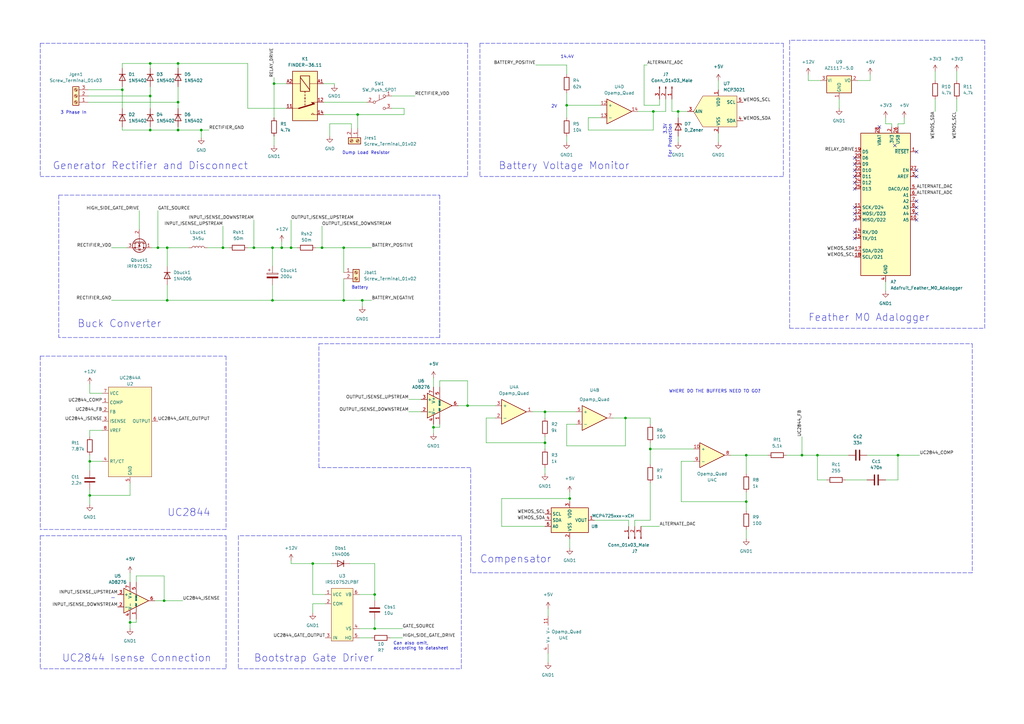
<source format=kicad_sch>
(kicad_sch (version 20211123) (generator eeschema)
  (paper "A3")
  (lib_symbols
    (symbol "Amplifier_Difference:AD8276" (pin_names (offset 0.127))
      (property "Reference" "U" (at 7.62 5.08 0))
      (property "Value" "AD8276" (at 7.62 2.54 0))
      (symbol "AD8276_1_1"
        (pin passive line (at 0 -7.62 90) (length 5.08) (name "REF") (number "1"))
        (pin passive line (at -7.62 -2.54 0) (length 2.54) (name "-") (number "2"))
        (pin passive line (at -7.62 2.54 0) (length 2.54) (name "+") (number "3"))
        (pin power_in line (at -2.54 -7.62 90) (length 3.81) (name "V-") (number "4"))
        (pin passive line (at 0 7.62 270) (length 5.08) (name "SENSE") (number "5"))
        (pin output line (at 7.62 0 180) (length 2.54) (name "~") (number "6"))
        (pin power_in line (at -2.54 7.62 270) (length 3.81) (name "V+") (number "7"))
        (pin no_connect line (at -5.08 0 0) (length 2.54) hide (name "~") (number "8"))
      )
    )
    (symbol "Analog_DAC:MCP4725xxx-xCH"
      (property "Reference" "U" (at -6.35 6.35 0))
      (property "Value" "MCP4725xxx-xCH" (at 8.89 6.35 0))
      (symbol "MCP4725xxx-xCH_1_1"
        (pin output line (at 10.16 0 180) (length 2.54) (name "VOUT") (number "1"))
        (pin power_in line (at 0 -7.62 90) (length 2.54) (name "VSS") (number "2"))
        (pin power_in line (at 0 7.62 270) (length 2.54) (name "VDD") (number "3"))
        (pin bidirectional line (at -10.16 0 0) (length 2.54) (name "SDA") (number "4"))
        (pin input line (at -10.16 2.54 0) (length 2.54) (name "SCL") (number "5"))
        (pin input line (at -10.16 -2.54 0) (length 2.54) (name "A0") (number "6"))
      )
    )
    (symbol "Connector:Conn_01x03_Male" (pin_names (offset 1.016) hide)
      (property "Reference" "J" (at 0 5.08 0))
      (property "Value" "Conn_01x03_Male" (at 0 -5.08 0))
      (symbol "Conn_01x03_Male_1_1"
        (pin passive line (at 5.08 2.54 180) (length 3.81) (name "Pin_1") (number "1"))
        (pin passive line (at 5.08 0 180) (length 3.81) (name "Pin_2") (number "2"))
        (pin passive line (at 5.08 -2.54 180) (length 3.81) (name "Pin_3") (number "3"))
      )
    )
    (symbol "Connector:Screw_Terminal_01x02" (pin_names (offset 1.016) hide)
      (property "Reference" "J" (at 0 2.54 0))
      (property "Value" "Screw_Terminal_01x02" (at 0 -5.08 0))
      (symbol "Screw_Terminal_01x02_1_1"
        (pin passive line (at -5.08 0 0) (length 3.81) (name "Pin_1") (number "1"))
        (pin passive line (at -5.08 -2.54 0) (length 3.81) (name "Pin_2") (number "2"))
      )
    )
    (symbol "Connector:Screw_Terminal_01x03" (pin_names (offset 1.016) hide)
      (property "Reference" "J" (at 0 5.08 0))
      (property "Value" "Screw_Terminal_01x03" (at 0 -5.08 0))
      (symbol "Screw_Terminal_01x03_1_1"
        (pin passive line (at -5.08 2.54 0) (length 3.81) (name "Pin_1") (number "1"))
        (pin passive line (at -5.08 0 0) (length 3.81) (name "Pin_2") (number "2"))
        (pin passive line (at -5.08 -2.54 0) (length 3.81) (name "Pin_3") (number "3"))
      )
    )
    (symbol "Device:C" (pin_numbers hide) (pin_names (offset 0.254))
      (property "Reference" "C" (at 0.635 2.54 0))
      (property "Value" "C" (at 0.635 -2.54 0))
      (symbol "C_1_1"
        (pin passive line (at 0 3.81 270) (length 2.794) (name "~") (number "1"))
        (pin passive line (at 0 -3.81 90) (length 2.794) (name "~") (number "2"))
      )
    )
    (symbol "Device:C_Polarized" (pin_numbers hide) (pin_names (offset 0.254))
      (property "Reference" "C" (at 0.635 2.54 0))
      (property "Value" "C_Polarized" (at 0.635 -2.54 0))
      (symbol "C_Polarized_1_1"
        (pin passive line (at 0 3.81 270) (length 2.794) (name "~") (number "1"))
        (pin passive line (at 0 -3.81 90) (length 2.794) (name "~") (number "2"))
      )
    )
    (symbol "Device:D_Zener" (pin_numbers hide) (pin_names (offset 1.016) hide)
      (property "Reference" "D" (at 0 2.54 0))
      (property "Value" "D_Zener" (at 0 -2.54 0))
      (symbol "D_Zener_1_1"
        (pin passive line (at -3.81 0 0) (length 2.54) (name "K") (number "1"))
        (pin passive line (at 3.81 0 180) (length 2.54) (name "A") (number "2"))
      )
    )
    (symbol "Device:L" (pin_numbers hide) (pin_names (offset 1.016) hide)
      (property "Reference" "L" (at -1.27 0 90))
      (property "Value" "L" (at 1.905 0 90))
      (symbol "L_1_1"
        (pin passive line (at 0 3.81 270) (length 1.27) (name "1") (number "1"))
        (pin passive line (at 0 -3.81 90) (length 1.27) (name "2") (number "2"))
      )
    )
    (symbol "Device:Opamp_Quad"
      (property "Reference" "U" (at 0 5.08 0))
      (property "Value" "Opamp_Quad" (at 0 -5.08 0))
      (symbol "Opamp_Quad_1_1"
        (pin output line (at 7.62 0 180) (length 2.54) (name "~") (number "1"))
        (pin input line (at -7.62 -2.54 0) (length 2.54) (name "-") (number "2"))
        (pin input line (at -7.62 2.54 0) (length 2.54) (name "+") (number "3"))
      )
      (symbol "Opamp_Quad_2_1"
        (pin input line (at -7.62 2.54 0) (length 2.54) (name "+") (number "5"))
        (pin input line (at -7.62 -2.54 0) (length 2.54) (name "-") (number "6"))
        (pin output line (at 7.62 0 180) (length 2.54) (name "~") (number "7"))
      )
      (symbol "Opamp_Quad_3_1"
        (pin input line (at -7.62 2.54 0) (length 2.54) (name "+") (number "10"))
        (pin output line (at 7.62 0 180) (length 2.54) (name "~") (number "8"))
        (pin input line (at -7.62 -2.54 0) (length 2.54) (name "-") (number "9"))
      )
      (symbol "Opamp_Quad_4_1"
        (pin input line (at -7.62 2.54 0) (length 2.54) (name "+") (number "12"))
        (pin input line (at -7.62 -2.54 0) (length 2.54) (name "-") (number "13"))
        (pin output line (at 7.62 0 180) (length 2.54) (name "~") (number "14"))
      )
      (symbol "Opamp_Quad_5_1"
        (pin power_in line (at -2.54 -7.62 90) (length 3.81) (name "V-") (number "11"))
        (pin power_in line (at -2.54 7.62 270) (length 3.81) (name "V+") (number "4"))
      )
    )
    (symbol "Device:R" (pin_numbers hide) (pin_names (offset 0))
      (property "Reference" "R" (at 2.032 0 90))
      (property "Value" "R" (at 0 0 90))
      (symbol "R_1_1"
        (pin passive line (at 0 3.81 270) (length 1.27) (name "~") (number "1"))
        (pin passive line (at 0 -3.81 90) (length 1.27) (name "~") (number "2"))
      )
    )
    (symbol "Diode:1N4006" (pin_numbers hide) (pin_names (offset 1.016) hide)
      (property "Reference" "D" (at 0 2.54 0))
      (property "Value" "1N4006" (at 0 -2.54 0))
      (symbol "1N4006_1_1"
        (pin passive line (at -3.81 0 0) (length 2.54) (name "K") (number "1"))
        (pin passive line (at 3.81 0 180) (length 2.54) (name "A") (number "2"))
      )
    )
    (symbol "Diode:1N5402" (pin_numbers hide) (pin_names (offset 1.016) hide)
      (property "Reference" "D" (at 0 2.54 0))
      (property "Value" "1N5402" (at 0 -2.54 0))
      (symbol "1N5402_1_1"
        (pin passive line (at -3.81 0 0) (length 2.54) (name "K") (number "1"))
        (pin passive line (at 3.81 0 180) (length 2.54) (name "A") (number "2"))
      )
    )
    (symbol "MCU_Module:Adafruit_Feather_M0_Adalogger"
      (property "Reference" "A" (at -10.16 29.21 0))
      (property "Value" "Adafruit_Feather_M0_Adalogger" (at 2.54 -31.75 0))
      (symbol "Adafruit_Feather_M0_Adalogger_1_1"
        (pin input line (at 12.7 20.32 180) (length 2.54) (name "~{RESET}") (number "1"))
        (pin bidirectional line (at 12.7 -7.62 180) (length 2.54) (name "A5") (number "10"))
        (pin bidirectional line (at -12.7 -2.54 0) (length 2.54) (name "SCK/D24") (number "11"))
        (pin bidirectional line (at -12.7 -5.08 0) (length 2.54) (name "MOSI/D23") (number "12"))
        (pin bidirectional line (at -12.7 -7.62 0) (length 2.54) (name "MISO/D22") (number "13"))
        (pin bidirectional line (at -12.7 -12.7 0) (length 2.54) (name "RX/D0") (number "14"))
        (pin bidirectional line (at -12.7 -15.24 0) (length 2.54) (name "TX/D1") (number "15"))
        (pin passive line (at 0 -33.02 90) (length 2.54) hide (name "GND") (number "16"))
        (pin bidirectional line (at -12.7 -20.32 0) (length 2.54) (name "SDA/D20") (number "17"))
        (pin bidirectional line (at -12.7 -22.86 0) (length 2.54) (name "SCL/D21") (number "18"))
        (pin bidirectional line (at -12.7 20.32 0) (length 2.54) (name "D5") (number "19"))
        (pin power_in line (at 2.54 30.48 270) (length 2.54) (name "3V3") (number "2"))
        (pin bidirectional line (at -12.7 17.78 0) (length 2.54) (name "D6") (number "20"))
        (pin bidirectional line (at -12.7 15.24 0) (length 2.54) (name "D9") (number "21"))
        (pin bidirectional line (at -12.7 12.7 0) (length 2.54) (name "D10") (number "22"))
        (pin bidirectional line (at -12.7 10.16 0) (length 2.54) (name "D11") (number "23"))
        (pin bidirectional line (at -12.7 7.62 0) (length 2.54) (name "D12") (number "24"))
        (pin bidirectional line (at -12.7 5.08 0) (length 2.54) (name "D13") (number "25"))
        (pin power_in line (at 5.08 30.48 270) (length 2.54) (name "USB") (number "26"))
        (pin input line (at 12.7 12.7 180) (length 2.54) (name "EN") (number "27"))
        (pin power_in line (at -2.54 30.48 270) (length 2.54) (name "VBAT") (number "28"))
        (pin input line (at 12.7 10.16 180) (length 2.54) (name "AREF") (number "3"))
        (pin power_in line (at 0 -33.02 90) (length 2.54) (name "GND") (number "4"))
        (pin bidirectional line (at 12.7 5.08 180) (length 2.54) (name "DAC0/A0") (number "5"))
        (pin bidirectional line (at 12.7 2.54 180) (length 2.54) (name "A1") (number "6"))
        (pin bidirectional line (at 12.7 0 180) (length 2.54) (name "A2") (number "7"))
        (pin bidirectional line (at 12.7 -2.54 180) (length 2.54) (name "A3") (number "8"))
        (pin bidirectional line (at 12.7 -5.08 180) (length 2.54) (name "A4") (number "9"))
      )
    )
    (symbol "Regulator_Linear:AZ1117-5.0" (pin_names (offset 0.254))
      (property "Reference" "U" (at -3.81 3.175 0))
      (property "Value" "AZ1117-5.0" (at 0 3.175 0))
      (symbol "AZ1117-5.0_1_1"
        (pin power_in line (at 0 -7.62 90) (length 2.54) (name "GND") (number "1"))
        (pin power_out line (at 7.62 0 180) (length 2.54) (name "VO") (number "2"))
        (pin power_in line (at -7.62 0 0) (length 2.54) (name "VI") (number "3"))
      )
    )
    (symbol "Relay:FINDER-36.11"
      (property "Reference" "K" (at 11.43 3.81 0))
      (property "Value" "FINDER-36.11" (at 11.43 1.27 0))
      (symbol "FINDER-36.11_1_1"
        (pin passive line (at 5.08 -7.62 90) (length 2.54) (name "~") (number "11"))
        (pin passive line (at 2.54 7.62 270) (length 2.54) (name "~") (number "12"))
        (pin passive line (at 7.62 7.62 270) (length 2.54) (name "~") (number "14"))
        (pin passive line (at -5.08 7.62 270) (length 2.54) (name "~") (number "A1"))
        (pin passive line (at -5.08 -7.62 90) (length 2.54) (name "~") (number "A2"))
      )
    )
    (symbol "Switch:SW_Push_SPDT" (pin_names (offset 0) hide)
      (property "Reference" "SW" (at 0 4.318 0))
      (property "Value" "SW_Push_SPDT" (at 0 -5.08 0))
      (symbol "SW_Push_SPDT_1_1"
        (pin passive line (at 5.08 2.54 180) (length 2.54) (name "A") (number "1"))
        (pin passive line (at -5.08 0 0) (length 2.54) (name "B") (number "2"))
        (pin passive line (at 5.08 -2.54 180) (length 2.54) (name "C") (number "3"))
      )
    )
    (symbol "Transistor_FET:IRF6710S2" (pin_names hide)
      (property "Reference" "Q" (at 5.08 1.905 0))
      (property "Value" "IRF6710S2" (at 5.08 0 0))
      (symbol "IRF6710S2_1_1"
        (pin passive line (at 2.54 5.08 270) (length 2.54) (name "D") (number "1"))
        (pin input line (at -5.08 0 0) (length 2.54) (name "G") (number "2"))
        (pin passive line (at 2.54 -5.08 90) (length 2.54) (name "S") (number "3"))
      )
    )
    (symbol "just_energy_hub:IRS10752LPBF"
      (property "Reference" "U" (at 0 11.43 0))
      (property "Value" "IRS10752LPBF" (at 1.27 13.97 0))
      (symbol "IRS10752LPBF_1_1"
        (pin power_in line (at -6.35 7.62 0) (length 2.54) (name "VCC") (number "1"))
        (pin power_in line (at -6.35 3.81 0) (length 2.54) (name "COM") (number "2"))
        (pin input line (at -6.35 -10.16 0) (length 2.54) (name "IN") (number "3"))
        (pin input line (at 7.62 -6.35 180) (length 2.54) (name "VS") (number "4"))
        (pin output line (at 7.62 -10.16 180) (length 2.54) (name "HO") (number "5"))
        (pin output line (at 7.62 7.62 180) (length 2.54) (name "VB") (number "6"))
      )
    )
    (symbol "just_energy_hub:MCP3021"
      (property "Reference" "U" (at 6.35 -11.43 0))
      (property "Value" "MCP3021" (at 6.35 -8.89 0))
      (symbol "MCP3021_1_1"
        (pin power_in line (at 0 8.89 270) (length 2.54) (name "VDD") (number "1"))
        (pin power_in line (at 0 -8.89 90) (length 2.54) (name "VSS") (number "2"))
        (pin input line (at -12.7 0 0) (length 2.54) (name "AIN") (number "3"))
        (pin bidirectional line (at 10.16 -3.81 180) (length 2.54) (name "SDA") (number "4"))
        (pin bidirectional line (at 10.16 3.81 180) (length 2.54) (name "SCL") (number "5"))
      )
    )
    (symbol "just_energy_hub:UC2844A"
      (property "Reference" "U" (at 0 12.7 0))
      (property "Value" "UC2844A" (at 0 15.24 0))
      (symbol "UC2844A_1_1"
        (pin input line (at -11.43 5.08 0) (length 2.54) (name "COMP") (number "1"))
        (pin input line (at -11.43 1.27 0) (length 2.54) (name "FB") (number "2"))
        (pin input line (at -11.43 -2.54 0) (length 2.54) (name "ISENSE") (number "3"))
        (pin input line (at -11.43 -19.05 0) (length 2.54) (name "RT/CT") (number "4"))
        (pin power_in line (at 0 -27.94 90) (length 2.54) (name "GND") (number "5"))
        (pin output line (at 11.43 -2.54 180) (length 2.54) (name "OUTPUT") (number "6"))
        (pin power_in line (at -11.43 8.89 0) (length 2.54) (name "VCC") (number "7"))
        (pin output line (at -11.43 -6.35 0) (length 2.54) (name "VREF") (number "8"))
      )
    )
    (symbol "power:+12V" (power) (pin_names (offset 0))
      (property "Value" "+12V" (at 0 3.556 0))
      (symbol "+12V_1_1"
        (pin power_in line (at 0 0 90) (length 0) hide (name "+12V") (number "1"))
      )
    )
    (symbol "power:+3V3" (power) (pin_names (offset 0))
      (property "Value" "+3V3" (at 0 3.556 0))
      (symbol "+3V3_1_1"
        (pin power_in line (at 0 0 90) (length 0) hide (name "+3V3") (number "1"))
      )
    )
    (symbol "power:+5V" (power) (pin_names (offset 0))
      (property "Value" "+5V" (at 0 3.556 0))
      (symbol "+5V_1_1"
        (pin power_in line (at 0 0 90) (length 0) hide (name "+5V") (number "1"))
      )
    )
    (symbol "power:GND" (power) (pin_names (offset 0))
      (property "Value" "GND" (at 0 -3.81 0))
      (symbol "GND_1_1"
        (pin power_in line (at 0 0 270) (length 0) hide (name "GND") (number "1"))
      )
    )
    (symbol "power:GND1" (power) (pin_names (offset 0))
      (property "Value" "GND1" (at 0 -3.81 0))
      (symbol "GND1_1_1"
        (pin power_in line (at 0 0 270) (length 0) hide (name "GND1") (number "1"))
      )
    )
  )
  (junction (at 61.595 53.34))
  (junction (at 104.14 101.6))
  (junction (at 267.97 45.72))
  (junction (at 223.52 168.91))
  (junction (at 67.31 246.38))
  (junction (at 132.08 101.6))
  (junction (at 112.395 34.29))
  (junction (at 306.07 205.74))
  (junction (at 368.3 186.69))
  (junction (at 233.68 204.47))
  (junction (at 256.54 171.45))
  (junction (at 153.67 243.84))
  (junction (at 140.97 123.19))
  (junction (at 232.41 43.18))
  (junction (at 61.595 39.37))
  (junction (at 111.76 101.6))
  (junction (at 148.59 123.19))
  (junction (at 140.97 101.6))
  (junction (at 119.38 101.6))
  (junction (at 53.34 255.27))
  (junction (at 82.55 53.34))
  (junction (at 61.595 26.035))
  (junction (at 36.83 189.23))
  (junction (at 111.76 123.19))
  (junction (at 153.67 257.81))
  (junction (at 73.025 41.91))
  (junction (at 91.44 101.6))
  (junction (at 306.07 186.69))
  (junction (at 191.77 166.37))
  (junction (at 223.52 181.61))
  (junction (at 335.28 186.69))
  (junction (at 73.025 26.035))
  (junction (at 68.58 101.6))
  (junction (at 36.83 203.2))
  (junction (at 68.58 123.19))
  (junction (at 328.93 186.69))
  (junction (at 278.13 45.72))
  (junction (at 266.7 184.15))
  (junction (at 177.8 175.26))
  (junction (at 146.685 46.99))
  (junction (at 115.57 101.6))
  (junction (at 50.165 36.83))
  (junction (at 73.025 53.34))
  (junction (at 128.27 231.14))
  (junction (at 64.77 101.6))
  (no_connect (at 350.52 69.85))
  (no_connect (at 350.52 74.93))
  (no_connect (at 350.52 77.47))
  (no_connect (at 350.52 72.39))
  (no_connect (at 350.52 67.31))
  (no_connect (at 350.52 90.17))
  (no_connect (at 350.52 87.63))
  (no_connect (at 350.52 85.09))
  (no_connect (at 350.52 64.77))
  (no_connect (at 375.92 62.23))
  (no_connect (at 375.92 69.85))
  (no_connect (at 375.92 72.39))
  (no_connect (at 375.92 90.17))
  (no_connect (at 375.92 85.09))
  (no_connect (at 375.92 87.63))
  (no_connect (at 350.52 97.79))
  (no_connect (at 350.52 95.25))
  (no_connect (at 375.92 82.55))
  (no_connect (at 367.03 59.69))
  (no_connect (at 360.68 52.07))
  (wire (pts (xy 278.13 45.72) (xy 275.59 45.72)))
  (polyline (pts (xy 321.31 17.78) (xy 321.31 72.39)))
  (wire (pts (xy 50.165 36.83) (xy 50.165 44.45)))
  (wire (pts (xy 140.97 114.3) (xy 140.97 123.19)))
  (wire (pts (xy 264.16 26.67) (xy 264.16 43.18)))
  (wire (pts (xy 140.97 101.6) (xy 152.4 101.6)))
  (polyline (pts (xy 97.79 219.71) (xy 97.79 219.71)))
  (wire (pts (xy 266.7 171.45) (xy 266.7 173.99)))
  (wire (pts (xy 246.38 43.18) (xy 232.41 43.18)))
  (wire (pts (xy 306.07 205.74) (xy 306.07 209.55)))
  (wire (pts (xy 73.025 35.56) (xy 73.025 41.91)))
  (wire (pts (xy 36.83 203.2) (xy 36.83 207.01)))
  (wire (pts (xy 266.7 213.36) (xy 260.35 213.36)))
  (wire (pts (xy 223.52 181.61) (xy 223.52 184.15)))
  (polyline (pts (xy 323.85 16.51) (xy 323.85 16.51)))
  (wire (pts (xy 266.7 171.45) (xy 256.54 171.45)))
  (polyline (pts (xy 323.85 16.51) (xy 323.85 134.62)))
  (wire (pts (xy 266.7 181.61) (xy 266.7 184.15)))
  (wire (pts (xy 36.83 186.69) (xy 36.83 189.23)))
  (wire (pts (xy 36.195 41.91) (xy 73.025 41.91)))
  (wire (pts (xy 67.31 236.22) (xy 67.31 246.38)))
  (wire (pts (xy 101.6 101.6) (xy 104.14 101.6)))
  (wire (pts (xy 36.83 189.23) (xy 36.83 193.04)))
  (polyline (pts (xy 24.13 80.01) (xy 24.13 138.43)))
  (wire (pts (xy 370.84 50.8) (xy 370.84 48.26)))
  (wire (pts (xy 177.8 175.26) (xy 177.8 177.8)))
  (wire (pts (xy 172.72 163.83) (xy 167.64 163.83)))
  (polyline (pts (xy 191.77 17.78) (xy 191.77 72.39)))
  (wire (pts (xy 50.165 53.34) (xy 61.595 53.34)))
  (wire (pts (xy 119.38 229.87) (xy 119.38 231.14)))
  (wire (pts (xy 153.67 243.84) (xy 153.67 246.38)))
  (wire (pts (xy 128.27 243.84) (xy 128.27 231.14)))
  (polyline (pts (xy 398.78 140.97) (xy 398.78 234.95)))
  (wire (pts (xy 199.39 181.61) (xy 223.52 181.61)))
  (wire (pts (xy 50.165 35.56) (xy 50.165 36.83)))
  (wire (pts (xy 146.685 46.99) (xy 146.685 52.705)))
  (wire (pts (xy 68.58 101.6) (xy 77.47 101.6)))
  (wire (pts (xy 191.77 166.37) (xy 203.2 166.37)))
  (wire (pts (xy 172.72 168.91) (xy 167.64 168.91)))
  (wire (pts (xy 203.2 171.45) (xy 199.39 171.45)))
  (polyline (pts (xy 16.51 219.71) (xy 16.51 274.32)))
  (wire (pts (xy 36.195 39.37) (xy 61.595 39.37)))
  (wire (pts (xy 128.27 231.14) (xy 135.89 231.14)))
  (polyline (pts (xy 16.51 219.71) (xy 92.71 219.71)))
  (wire (pts (xy 223.52 215.9) (xy 205.74 215.9)))
  (wire (pts (xy 365.76 52.07) (xy 365.76 50.8)))
  (wire (pts (xy 363.22 50.8) (xy 363.22 48.26)))
  (wire (pts (xy 53.34 203.2) (xy 53.34 198.12)))
  (wire (pts (xy 132.715 41.91) (xy 150.495 41.91)))
  (wire (pts (xy 119.38 231.14) (xy 128.27 231.14)))
  (wire (pts (xy 180.34 158.75) (xy 180.34 156.21)))
  (polyline (pts (xy 180.34 80.01) (xy 180.34 138.43)))
  (polyline (pts (xy 92.71 219.71) (xy 92.71 274.32)))
  (polyline (pts (xy 16.51 146.05) (xy 92.71 146.05)))
  (wire (pts (xy 41.91 176.53) (xy 36.83 176.53)))
  (wire (pts (xy 45.72 123.19) (xy 68.58 123.19)))
  (wire (pts (xy 140.97 123.19) (xy 148.59 123.19)))
  (wire (pts (xy 284.48 189.23) (xy 279.4 189.23)))
  (polyline (pts (xy 191.77 72.39) (xy 16.51 72.39)))
  (wire (pts (xy 356.87 30.48) (xy 356.87 33.02)))
  (polyline (pts (xy 180.34 138.43) (xy 24.13 138.43)))
  (polyline (pts (xy 196.85 17.78) (xy 321.31 17.78)))
  (wire (pts (xy 177.8 175.26) (xy 180.34 175.26)))
  (wire (pts (xy 267.97 53.34) (xy 241.3 53.34)))
  (wire (pts (xy 266.7 184.15) (xy 284.48 184.15)))
  (wire (pts (xy 368.3 196.85) (xy 368.3 186.69)))
  (wire (pts (xy 85.09 101.6) (xy 91.44 101.6)))
  (wire (pts (xy 383.54 29.21) (xy 383.54 33.02)))
  (polyline (pts (xy 193.04 234.95) (xy 193.04 191.77)))
  (wire (pts (xy 132.08 101.6) (xy 140.97 101.6)))
  (polyline (pts (xy 196.85 17.78) (xy 196.85 72.39)))
  (wire (pts (xy 111.76 123.19) (xy 111.76 116.84)))
  (wire (pts (xy 153.67 231.14) (xy 153.67 243.84)))
  (wire (pts (xy 153.67 254) (xy 153.67 257.81)))
  (wire (pts (xy 160.655 39.37) (xy 170.18 39.37)))
  (wire (pts (xy 232.41 43.18) (xy 232.41 38.1)))
  (wire (pts (xy 111.76 101.6) (xy 111.76 109.22)))
  (wire (pts (xy 205.74 204.47) (xy 233.68 204.47)))
  (wire (pts (xy 256.54 182.88) (xy 256.54 171.45)))
  (wire (pts (xy 223.52 179.07) (xy 223.52 181.61)))
  (wire (pts (xy 135.255 50.8) (xy 144.145 50.8)))
  (polyline (pts (xy 97.79 274.32) (xy 189.23 274.32)))
  (wire (pts (xy 241.3 48.26) (xy 246.38 48.26)))
  (wire (pts (xy 135.255 55.88) (xy 135.255 50.8)))
  (wire (pts (xy 91.44 101.6) (xy 93.98 101.6)))
  (polyline (pts (xy 92.71 274.32) (xy 16.51 274.32)))
  (wire (pts (xy 331.47 30.48) (xy 331.47 33.02)))
  (wire (pts (xy 57.15 86.36) (xy 57.15 93.98)))
  (wire (pts (xy 61.595 35.56) (xy 61.595 39.37)))
  (wire (pts (xy 266.7 190.5) (xy 266.7 184.15)))
  (polyline (pts (xy 24.13 80.01) (xy 180.34 80.01)))
  (wire (pts (xy 101.6 44.45) (xy 101.6 26.035)))
  (wire (pts (xy 129.54 101.6) (xy 132.08 101.6)))
  (wire (pts (xy 232.41 43.18) (xy 232.41 48.26)))
  (polyline (pts (xy 130.81 191.77) (xy 130.81 140.97)))
  (wire (pts (xy 61.595 26.035) (xy 61.595 27.94)))
  (polyline (pts (xy 398.78 234.95) (xy 193.04 234.95)))
  (wire (pts (xy 219.71 26.67) (xy 232.41 26.67)))
  (polyline (pts (xy 403.86 16.51) (xy 323.85 16.51)))
  (wire (pts (xy 257.81 213.36) (xy 257.81 215.9)))
  (wire (pts (xy 365.76 50.8) (xy 363.22 50.8)))
  (wire (pts (xy 61.595 39.37) (xy 61.595 44.45)))
  (wire (pts (xy 36.83 189.23) (xy 41.91 189.23)))
  (wire (pts (xy 279.4 189.23) (xy 279.4 205.74)))
  (wire (pts (xy 339.09 196.85) (xy 335.28 196.85)))
  (wire (pts (xy 294.64 33.02) (xy 294.64 36.83)))
  (polyline (pts (xy 92.71 146.05) (xy 92.71 217.17)))
  (wire (pts (xy 64.77 101.6) (xy 62.23 101.6)))
  (wire (pts (xy 344.17 40.64) (xy 344.17 44.45)))
  (wire (pts (xy 73.025 53.34) (xy 82.55 53.34)))
  (polyline (pts (xy 45.72 245.11) (xy 46.99 245.11)))
  (wire (pts (xy 68.58 123.19) (xy 111.76 123.19)))
  (polyline (pts (xy 92.71 217.17) (xy 16.51 217.17)))
  (wire (pts (xy 266.7 198.12) (xy 266.7 213.36)))
  (wire (pts (xy 233.68 201.93) (xy 233.68 204.47)))
  (wire (pts (xy 121.92 101.6) (xy 119.38 101.6)))
  (wire (pts (xy 55.88 254) (xy 55.88 255.27)))
  (wire (pts (xy 36.195 36.83) (xy 50.165 36.83)))
  (wire (pts (xy 36.83 176.53) (xy 36.83 179.07)))
  (wire (pts (xy 55.88 236.22) (xy 67.31 236.22)))
  (wire (pts (xy 363.22 196.85) (xy 368.3 196.85)))
  (wire (pts (xy 111.76 101.6) (xy 115.57 101.6)))
  (wire (pts (xy 335.28 186.69) (xy 347.98 186.69)))
  (wire (pts (xy 223.52 191.77) (xy 223.52 194.31)))
  (wire (pts (xy 68.58 116.84) (xy 68.58 123.19)))
  (wire (pts (xy 36.83 200.66) (xy 36.83 203.2)))
  (wire (pts (xy 177.8 173.99) (xy 177.8 175.26)))
  (wire (pts (xy 144.145 50.8) (xy 144.145 52.705)))
  (wire (pts (xy 331.47 33.02) (xy 336.55 33.02)))
  (wire (pts (xy 112.395 34.29) (xy 117.475 34.29)))
  (wire (pts (xy 104.14 101.6) (xy 111.76 101.6)))
  (wire (pts (xy 278.13 45.72) (xy 281.94 45.72)))
  (wire (pts (xy 377.19 186.69) (xy 368.3 186.69)))
  (wire (pts (xy 383.54 40.64) (xy 383.54 45.72)))
  (wire (pts (xy 275.59 45.72) (xy 275.59 40.64)))
  (wire (pts (xy 267.97 45.72) (xy 273.05 45.72)))
  (wire (pts (xy 55.88 238.76) (xy 55.88 236.22)))
  (wire (pts (xy 224.79 252.73) (xy 224.79 249.555)))
  (wire (pts (xy 153.67 257.81) (xy 147.32 257.81)))
  (wire (pts (xy 199.39 171.45) (xy 199.39 181.61)))
  (wire (pts (xy 261.62 45.72) (xy 267.97 45.72)))
  (wire (pts (xy 68.58 109.22) (xy 68.58 101.6)))
  (polyline (pts (xy 16.51 17.78) (xy 191.77 17.78)))
  (wire (pts (xy 306.07 201.93) (xy 306.07 205.74)))
  (wire (pts (xy 45.72 101.6) (xy 52.07 101.6)))
  (polyline (pts (xy 97.79 219.71) (xy 97.79 274.32)))
  (wire (pts (xy 279.4 205.74) (xy 306.07 205.74)))
  (wire (pts (xy 61.595 52.07) (xy 61.595 53.34)))
  (wire (pts (xy 346.71 196.85) (xy 355.6 196.85)))
  (wire (pts (xy 133.35 243.84) (xy 128.27 243.84)))
  (wire (pts (xy 232.41 173.99) (xy 232.41 182.88)))
  (wire (pts (xy 306.07 186.69) (xy 306.07 194.31)))
  (wire (pts (xy 67.31 246.38) (xy 74.93 246.38)))
  (wire (pts (xy 233.68 204.47) (xy 233.68 205.74)))
  (wire (pts (xy 104.14 90.17) (xy 104.14 101.6)))
  (wire (pts (xy 363.22 115.57) (xy 363.22 119.38)))
  (wire (pts (xy 64.77 86.36) (xy 64.77 101.6)))
  (wire (pts (xy 153.67 257.81) (xy 165.1 257.81)))
  (polyline (pts (xy 189.23 219.71) (xy 97.79 219.71)))
  (wire (pts (xy 68.58 101.6) (xy 64.77 101.6)))
  (wire (pts (xy 143.51 231.14) (xy 153.67 231.14)))
  (polyline (pts (xy 16.51 17.78) (xy 16.51 72.39)))
  (wire (pts (xy 180.34 173.99) (xy 180.34 175.26)))
  (wire (pts (xy 278.13 45.72) (xy 278.13 48.26)))
  (wire (pts (xy 63.5 246.38) (xy 67.31 246.38)))
  (wire (pts (xy 267.97 45.72) (xy 267.97 53.34)))
  (wire (pts (xy 265.43 26.67) (xy 264.16 26.67)))
  (wire (pts (xy 147.32 243.84) (xy 153.67 243.84)))
  (wire (pts (xy 101.6 44.45) (xy 117.475 44.45)))
  (wire (pts (xy 322.58 186.69) (xy 328.93 186.69)))
  (wire (pts (xy 53.34 255.27) (xy 55.88 255.27)))
  (wire (pts (xy 273.05 45.72) (xy 273.05 40.64)))
  (wire (pts (xy 112.395 31.75) (xy 112.395 34.29)))
  (wire (pts (xy 251.46 171.45) (xy 256.54 171.45)))
  (polyline (pts (xy 193.04 191.77) (xy 130.81 191.77)))
  (wire (pts (xy 53.34 234.95) (xy 53.34 238.76)))
  (wire (pts (xy 165.735 44.45) (xy 160.655 44.45)))
  (wire (pts (xy 50.165 27.94) (xy 50.165 26.035)))
  (wire (pts (xy 270.51 40.64) (xy 270.51 43.18)))
  (wire (pts (xy 73.025 52.07) (xy 73.025 53.34)))
  (wire (pts (xy 294.64 54.61) (xy 294.64 58.42)))
  (wire (pts (xy 368.3 52.07) (xy 368.3 50.8)))
  (polyline (pts (xy 323.85 134.62) (xy 403.86 134.62)))
  (wire (pts (xy 368.3 50.8) (xy 370.84 50.8)))
  (wire (pts (xy 278.13 55.88) (xy 278.13 58.42)))
  (wire (pts (xy 140.97 101.6) (xy 140.97 111.76)))
  (wire (pts (xy 236.22 173.99) (xy 232.41 173.99)))
  (wire (pts (xy 36.83 161.29) (xy 36.83 157.48)))
  (wire (pts (xy 232.41 182.88) (xy 256.54 182.88)))
  (wire (pts (xy 328.93 179.07) (xy 328.93 186.69)))
  (wire (pts (xy 147.32 261.62) (xy 152.4 261.62)))
  (polyline (pts (xy 189.23 274.32) (xy 189.23 219.71)))
  (wire (pts (xy 41.91 161.29) (xy 36.83 161.29)))
  (wire (pts (xy 36.83 203.2) (xy 53.34 203.2)))
  (wire (pts (xy 223.52 168.91) (xy 236.22 168.91)))
  (wire (pts (xy 243.84 213.36) (xy 257.81 213.36)))
  (wire (pts (xy 260.35 213.36) (xy 260.35 215.9)))
  (wire (pts (xy 148.59 123.19) (xy 148.59 125.73)))
  (wire (pts (xy 111.76 123.19) (xy 140.97 123.19)))
  (wire (pts (xy 306.07 217.17) (xy 306.07 220.98)))
  (wire (pts (xy 328.93 186.69) (xy 335.28 186.69)))
  (wire (pts (xy 351.79 33.02) (xy 356.87 33.02)))
  (wire (pts (xy 91.44 92.71) (xy 91.44 101.6)))
  (wire (pts (xy 148.59 123.19) (xy 152.4 123.19)))
  (wire (pts (xy 335.28 196.85) (xy 335.28 186.69)))
  (wire (pts (xy 165.735 46.99) (xy 165.735 44.45)))
  (wire (pts (xy 392.43 40.64) (xy 392.43 45.72)))
  (wire (pts (xy 50.165 52.07) (xy 50.165 53.34)))
  (wire (pts (xy 50.165 26.035) (xy 61.595 26.035)))
  (wire (pts (xy 115.57 101.6) (xy 119.38 101.6)))
  (polyline (pts (xy 403.86 134.62) (xy 403.86 16.51)))
  (wire (pts (xy 223.52 171.45) (xy 223.52 168.91)))
  (wire (pts (xy 119.38 90.17) (xy 119.38 101.6)))
  (wire (pts (xy 392.43 29.21) (xy 392.43 33.02)))
  (wire (pts (xy 132.08 92.71) (xy 132.08 101.6)))
  (wire (pts (xy 299.72 186.69) (xy 306.07 186.69)))
  (wire (pts (xy 191.77 156.21) (xy 191.77 166.37)))
  (wire (pts (xy 241.3 53.34) (xy 241.3 48.26)))
  (wire (pts (xy 73.025 26.035) (xy 73.025 27.94)))
  (wire (pts (xy 115.57 99.06) (xy 115.57 101.6)))
  (polyline (pts (xy 130.81 140.97) (xy 130.81 140.97)))
  (wire (pts (xy 73.025 26.035) (xy 101.6 26.035)))
  (wire (pts (xy 61.595 53.34) (xy 73.025 53.34)))
  (wire (pts (xy 73.025 41.91) (xy 73.025 44.45)))
  (wire (pts (xy 53.34 254) (xy 53.34 255.27)))
  (wire (pts (xy 306.07 186.69) (xy 314.96 186.69)))
  (wire (pts (xy 160.02 261.62) (xy 165.1 261.62)))
  (wire (pts (xy 191.77 166.37) (xy 187.96 166.37)))
  (polyline (pts (xy 321.31 72.39) (xy 196.85 72.39)))
  (wire (pts (xy 270.51 43.18) (xy 264.16 43.18)))
  (wire (pts (xy 224.79 271.78) (xy 224.79 267.97)))
  (wire (pts (xy 232.41 26.67) (xy 232.41 30.48)))
  (wire (pts (xy 132.715 46.99) (xy 146.685 46.99)))
  (wire (pts (xy 232.41 55.88) (xy 232.41 58.42)))
  (polyline (pts (xy 16.51 146.05) (xy 16.51 217.17)))
  (wire (pts (xy 368.3 186.69) (xy 355.6 186.69)))
  (wire (pts (xy 61.595 26.035) (xy 73.025 26.035)))
  (wire (pts (xy 132.715 34.29) (xy 137.16 34.29)))
  (wire (pts (xy 112.395 48.26) (xy 112.395 34.29)))
  (wire (pts (xy 180.34 156.21) (xy 191.77 156.21)))
  (wire (pts (xy 205.74 215.9) (xy 205.74 204.47)))
  (wire (pts (xy 233.68 220.98) (xy 233.68 224.79)))
  (wire (pts (xy 218.44 168.91) (xy 223.52 168.91)))
  (wire (pts (xy 128.27 251.46) (xy 128.27 247.65)))
  (wire (pts (xy 82.55 53.34) (xy 82.55 56.515)))
  (wire (pts (xy 53.34 255.27) (xy 53.34 257.81)))
  (wire (pts (xy 177.8 154.94) (xy 177.8 158.75)))
  (polyline (pts (xy 130.81 140.97) (xy 398.78 140.97)))
  (wire (pts (xy 82.55 53.34) (xy 85.725 53.34)))
  (wire (pts (xy 128.27 247.65) (xy 133.35 247.65)))
  (wire (pts (xy 262.89 215.9) (xy 270.51 215.9)))
  (wire (pts (xy 112.395 55.88) (xy 112.395 59.69)))
  (wire (pts (xy 146.685 46.99) (xy 165.735 46.99)))
  (wire (pts (xy 137.16 34.29) (xy 137.16 34.925)))
  (text "Bootstrap Gate Driver" (at 104.14 271.78 0) (effects (font (size 3 3)) (justify left bottom)))
  (text "Can also omit, \naccording to datasheet" (at 161.29 266.7 0) (effects (font (size 1.27 1.27)) (justify left bottom)))
  (text "UC2844" (at 68.58 212.09 0) (effects (font (size 3 3)) (justify left bottom)))
  (text "14.4V" (at 229.87 24.13 0) (effects (font (size 1.27 1.27)) (justify left bottom)))
  (text "UC2844 Isense Connection" (at 25.4 271.78 0) (effects (font (size 3 3)) (justify left bottom)))
  (text "2V" (at 226.06 44.45 0) (effects (font (size 1.27 1.27)) (justify left bottom)))
  (text "3.3V\nFor Protection" (at 275.59 50.8 270) (effects (font (size 1.27 1.27)) (justify right bottom)))
  (text "Generator Rectifier and Disconnect" (at 21.59 69.85 0) (effects (font (size 3 3)) (justify left bottom)))
  (text "WHERE DO THE BUFFERS NEED TO GO?" (at 274.32 161.29 0) (effects (font (size 1.27 1.27)) (justify left bottom)))
  (text "Compensator" (at 196.85 231.14 0) (effects (font (size 3 3)) (justify left bottom)))
  (text "Battery Voltage Monitor" (at 204.47 69.85 0) (effects (font (size 3 3)) (justify left bottom)))
  (text "Buck Converter" (at 31.75 134.62 0) (effects (font (size 3 3)) (justify left bottom)))
  (text "Battery" (at 144.145 118.745 0) (effects (font (size 1.27 1.27)) (justify left bottom)))
  (text "3 Phase In" (at 24.765 46.99 0) (effects (font (size 1.27 1.27)) (justify left bottom)))
  (text "Dump Load Resistor" (at 140.335 63.5 0) (effects (font (size 1.27 1.27)) (justify left bottom)))
  (text "Feather M0 Adalogger" (at 331.47 132.08 0) (effects (font (size 3 3)) (justify left bottom)))
  (label "RELAY_DRIVE" (at 350.52 62.23 180))
  (label "BATTERY_POSITIVE" (at 219.71 26.67 180))
  (label "WEMOS_SDA" (at 383.54 45.72 270))
  (label "HIGH_SIDE_GATE_DRIVE" (at 165.1 261.62 0))
  (label "WEMOS_SDA" (at 304.8 49.53 0))
  (label "OUTPUT_ISENSE_DOWNSTREAM" (at 132.08 92.71 0))
  (label "BATTERY_POSITIVE" (at 152.4 101.6 0))
  (label "INPUT_ISENSE_DOWNSTREAM" (at 48.26 248.92 180))
  (label "RECTIFIER_GND" (at 85.725 53.34 0))
  (label "OUTPUT_ISENSE_UPSTREAM" (at 119.38 90.17 0))
  (label "UC2844_FB" (at 328.93 179.07 90))
  (label "ALTERNATE_DAC" (at 375.92 77.47 0))
  (label "WEMOS_SCL" (at 304.8 41.91 0))
  (label "ALTERNATE_DAC" (at 270.51 215.9 0))
  (label "UC2844_FB" (at 41.91 168.91 180))
  (label "RECTIFIER_VDD" (at 45.72 101.6 180))
  (label "UC2844_ISENSE" (at 74.93 246.38 0))
  (label "GATE_SOURCE" (at 165.1 257.81 0))
  (label "INPUT_ISENSE_UPSTREAM" (at 48.26 243.84 180))
  (label "HIGH_SIDE_GATE_DRIVE" (at 57.15 86.36 180))
  (label "INPUT_ISENSE_UPSTREAM" (at 91.44 92.71 180))
  (label "GATE_SOURCE" (at 64.77 86.36 0))
  (label "WEMOS_SCL" (at 392.43 45.72 270))
  (label "RELAY_DRIVE" (at 112.395 31.75 90))
  (label "BATTERY_NEGATIVE" (at 152.4 123.19 0))
  (label "ALTERNATE_ADC" (at 265.43 26.67 0))
  (label "UC2844_GATE_OUTPUT" (at 133.35 261.62 180))
  (label "ALTERNATE_ADC" (at 375.92 80.01 0))
  (label "UC2844_COMP" (at 41.91 165.1 180))
  (label "OUTPUT_ISENSE_DOWNSTREAM" (at 167.64 168.91 180))
  (label "WEMOS_SCL" (at 223.52 210.82 180))
  (label "WEMOS_SCL" (at 350.52 105.41 180))
  (label "RECTIFIER_VDD" (at 170.18 39.37 0))
  (label "WEMOS_SDA" (at 223.52 213.36 180))
  (label "UC2844_COMP" (at 377.19 186.69 0))
  (label "INPUT_ISENSE_DOWNSTREAM" (at 104.14 90.17 180))
  (label "OUTPUT_ISENSE_UPSTREAM" (at 167.64 163.83 180))
  (label "RECTIFIER_GND" (at 45.72 123.19 180))
  (label "WEMOS_SDA" (at 350.52 102.87 180))
  (label "UC2844_GATE_OUTPUT" (at 64.77 172.72 0))
  (label "UC2844_ISENSE" (at 41.91 172.72 180))
  (symbol (lib_id "Device:C") (at 359.41 196.85 90) (unit 1)
    (property "Reference" "Cc1" (at 359.41 189.23 90))
    (property "Value" "470n" (at 359.41 191.77 90))
  )
  (symbol (lib_id "Device:R") (at 266.7 194.31 0) (unit 1)
    (property "Reference" "R7" (at 269.24 193.0399 0) (effects (justify left)))
    (property "Value" "1k" (at 269.24 195.5799 0) (effects (justify left)))
  )
  (symbol (lib_id "Regulator_Linear:AZ1117-5.0") (at 344.17 33.02 0) (unit 1)
    (property "Reference" "U9" (at 344.17 25.4 0))
    (property "Value" "AZ1117-5.0" (at 344.17 27.94 0))
    (property "Datasheet" "https://www.diodes.com/assets/Datasheets/AZ1117.pdf" (effects hide))
  )
  (symbol (lib_id "power:GND1") (at 137.16 34.925 0) (unit 1)
    (property "Reference" "#PWR011" (effects hide))
    (property "Value" "GND1" (at 137.16 39.37 0))
  )
  (symbol (lib_id "Connector:Screw_Terminal_01x02") (at 146.685 57.785 270) (unit 1)
    (property "Reference" "Jres1" (at 149.225 56.5149 90) (effects (justify left)))
    (property "Value" "Screw_Terminal_01x02" (at 149.225 59.0549 90) (effects (justify left)))
  )
  (symbol (lib_id "Connector:Conn_01x03_Male") (at 260.35 220.98 90) (unit 1)
    (property "Reference" "J?" (at 260.35 226.06 90))
    (property "Value" "Conn_01x03_Male" (at 257.81 223.52 90))
  )
  (symbol (lib_id "Diode:1N5402") (at 50.165 31.75 270) (unit 1)
    (property "Reference" "D1" (at 52.705 30.4799 90) (effects (justify left)))
    (property "Value" "1N5402" (at 52.705 33.0199 90) (effects (justify left)))
    (property "Footprint" "Diode_THT:D_DO-201AD_P15.24mm_Horizontal" (effects hide))
    (property "Datasheet" "http://www.vishay.com/docs/88516/1n5400.pdf" (effects hide))
  )
  (symbol (lib_id "power:GND1") (at 53.34 257.81 0) (unit 1)
    (property "Reference" "#PWR04" (effects hide))
    (property "Value" "GND1" (at 53.34 262.89 0))
  )
  (symbol (lib_id "power:+12V") (at 119.38 229.87 0) (unit 1)
    (property "Reference" "#PWR08" (effects hide))
    (property "Value" "+12V" (at 119.38 224.79 0))
  )
  (symbol (lib_id "power:GND1") (at 278.13 58.42 0) (unit 1)
    (property "Reference" "#PWR021" (effects hide))
    (property "Value" "GND1" (at 278.13 63.5 0))
  )
  (symbol (lib_id "just_energy_hub:MCP3021") (at 294.64 45.72 0) (unit 1)
    (property "Reference" "U7" (at 296.6594 34.29 0) (effects (justify left)))
    (property "Value" "MCP3021" (at 296.6594 36.83 0) (effects (justify left)))
  )
  (symbol (lib_id "power:GND1") (at 233.68 224.79 0) (unit 1)
    (property "Reference" "#PWR020" (effects hide))
    (property "Value" "GND1" (at 233.68 229.87 0))
  )
  (symbol (lib_id "just_energy_hub:UC2844A") (at 53.34 170.18 0) (unit 1)
    (property "Reference" "U2" (at 53.34 157.48 0))
    (property "Value" "UC2844A" (at 53.34 154.94 0))
  )
  (symbol (lib_id "Device:R") (at 97.79 101.6 90) (unit 1)
    (property "Reference" "Rsh1" (at 97.79 95.25 90))
    (property "Value" "50m" (at 97.79 97.79 90))
  )
  (symbol (lib_id "Device:R") (at 223.52 175.26 0) (unit 1)
    (property "Reference" "R2" (at 226.06 173.9899 0) (effects (justify left)))
    (property "Value" "9k" (at 226.06 176.5299 0) (effects (justify left)))
  )
  (symbol (lib_id "Device:R") (at 342.9 196.85 90) (unit 1)
    (property "Reference" "Rc1" (at 342.9 190.5 90))
    (property "Value" "255" (at 342.9 193.04 90))
  )
  (symbol (lib_id "Device:R") (at 125.73 101.6 90) (unit 1)
    (property "Reference" "Rsh2" (at 125.73 95.885 90))
    (property "Value" "50m" (at 125.73 98.425 90))
  )
  (symbol (lib_id "Connector:Screw_Terminal_01x03") (at 31.115 39.37 180) (unit 1)
    (property "Reference" "Jgen1" (at 31.115 30.48 0))
    (property "Value" "Screw_Terminal_01x03" (at 31.115 33.02 0))
  )
  (symbol (lib_id "Device:R") (at 306.07 213.36 0) (unit 1)
    (property "Reference" "R9" (at 308.61 212.0899 0) (effects (justify left)))
    (property "Value" "100" (at 308.61 214.6299 0) (effects (justify left)))
  )
  (symbol (lib_id "Device:R") (at 266.7 177.8 180) (unit 1)
    (property "Reference" "R6" (at 269.24 176.5299 0) (effects (justify right)))
    (property "Value" "100" (at 269.24 179.0699 0) (effects (justify right)))
  )
  (symbol (lib_id "power:GND1") (at 128.27 251.46 0) (unit 1)
    (property "Reference" "#PWR09" (effects hide))
    (property "Value" "GND1" (at 128.27 256.54 0))
  )
  (symbol (lib_id "power:+12V") (at 36.83 157.48 0) (unit 1)
    (property "Reference" "#PWR01" (effects hide))
    (property "Value" "+12V" (at 36.83 152.4 0))
  )
  (symbol (lib_id "power:GND") (at 135.255 55.88 0) (unit 1)
    (property "Reference" "#PWR010" (effects hide))
    (property "Value" "GND" (at 135.255 60.96 0))
  )
  (symbol (lib_id "Device:Opamp_Quad") (at 222.25 260.35 180) (unit 5)
    (property "Reference" "U4" (at 231.14 261.62 0))
    (property "Value" "Opamp_Quad" (at 232.41 259.08 0))
  )
  (symbol (lib_id "power:GND1") (at 344.17 44.45 0) (unit 1)
    (property "Reference" "#PWR026" (effects hide))
    (property "Value" "GND1" (at 344.17 49.53 0))
  )
  (symbol (lib_id "power:+5V") (at 370.84 48.26 0) (unit 1)
    (property "Reference" "#PWR028" (effects hide))
    (property "Value" "+5V" (at 370.84 43.18 0))
  )
  (symbol (lib_id "Amplifier_Difference:AD8276") (at 180.34 166.37 0) (unit 1)
    (property "Reference" "U6" (at 172.72 156.21 0))
    (property "Value" "AD8276" (at 172.72 158.75 0))
    (property "Datasheet" "https://www.analog.com/media/en/technical-documentation/data-sheets/AD8276_8277.pdf" (effects hide))
  )
  (symbol (lib_id "Diode:1N5402") (at 73.025 48.26 270) (unit 1)
    (property "Reference" "D6" (at 75.565 46.9899 90) (effects (justify left)))
    (property "Value" "1N5402" (at 75.565 49.5299 90) (effects (justify left)))
    (property "Footprint" "Diode_THT:D_DO-201AD_P15.24mm_Horizontal" (effects hide))
    (property "Datasheet" "http://www.vishay.com/docs/88516/1n5400.pdf" (effects hide))
  )
  (symbol (lib_id "MCU_Module:Adafruit_Feather_M0_Adalogger") (at 363.22 82.55 0) (unit 1)
    (property "Reference" "A?" (at 365.2394 115.57 0) (effects (justify left)))
    (property "Value" "Adafruit_Feather_M0_Adalogger" (at 365.2394 118.11 0) (effects (justify left)))
    (property "Footprint" "Module:Adafruit_Feather" (effects hide))
    (property "Datasheet" "https://cdn-learn.adafruit.com/downloads/pdf/adafruit-feather-m0-adalogger.pdf" (effects hide))
  )
  (symbol (lib_id "just_energy_hub:IRS10752LPBF") (at 139.7 251.46 0) (unit 1)
    (property "Reference" "U3" (at 140.335 236.22 0))
    (property "Value" "IRS10752LPBF" (at 140.335 238.76 0))
  )
  (symbol (lib_id "Device:R") (at 36.83 182.88 0) (unit 1)
    (property "Reference" "Rt1" (at 29.21 181.61 0) (effects (justify left)))
    (property "Value" "7.87k" (at 29.21 184.15 0) (effects (justify left)))
  )
  (symbol (lib_id "power:+5V") (at 224.79 249.555 0) (unit 1)
    (property "Reference" "#PWR016" (effects hide))
    (property "Value" "+5V" (at 224.79 243.84 0))
  )
  (symbol (lib_id "power:+5V") (at 177.8 154.94 0) (unit 1)
    (property "Reference" "#PWR013" (effects hide))
    (property "Value" "+5V" (at 177.8 149.225 0))
  )
  (symbol (lib_id "power:GND1") (at 294.64 58.42 0) (unit 1)
    (property "Reference" "#PWR023" (effects hide))
    (property "Value" "GND1" (at 294.64 63.5 0))
  )
  (symbol (lib_id "Diode:1N5402") (at 61.595 31.75 270) (unit 1)
    (property "Reference" "D3" (at 64.135 30.4799 90) (effects (justify left)))
    (property "Value" "1N5402" (at 64.135 33.0199 90) (effects (justify left)))
    (property "Footprint" "Diode_THT:D_DO-201AD_P15.24mm_Horizontal" (effects hide))
    (property "Datasheet" "http://www.vishay.com/docs/88516/1n5400.pdf" (effects hide))
  )
  (symbol (lib_id "Device:R") (at 383.54 36.83 0) (unit 1)
    (property "Reference" "R10" (at 386.08 35.5599 0) (effects (justify left)))
    (property "Value" "4.7k" (at 386.08 38.0999 0) (effects (justify left)))
  )
  (symbol (lib_id "power:+5V") (at 294.64 33.02 0) (unit 1)
    (property "Reference" "#PWR022" (effects hide))
    (property "Value" "+5V" (at 294.64 27.305 0))
  )
  (symbol (lib_id "Switch:SW_Push_SPDT") (at 155.575 41.91 0) (unit 1)
    (property "Reference" "SW1" (at 155.575 34.29 0))
    (property "Value" "SW_Push_SPDT" (at 155.575 36.83 0))
  )
  (symbol (lib_id "power:+5V") (at 356.87 30.48 0) (unit 1)
    (property "Reference" "#PWR?" (effects hide))
    (property "Value" "+5V" (at 356.87 25.4 0))
  )
  (symbol (lib_id "Device:R") (at 112.395 52.07 0) (unit 1)
    (property "Reference" "R1" (at 114.935 50.7999 0) (effects (justify left)))
    (property "Value" "4.7k" (at 114.935 53.3399 0) (effects (justify left)))
  )
  (symbol (lib_id "Device:L") (at 81.28 101.6 90) (unit 1)
    (property "Reference" "Lbuck1" (at 81.28 95.25 90))
    (property "Value" "345u" (at 81.28 97.79 90))
  )
  (symbol (lib_id "Device:Opamp_Quad") (at 254 45.72 0) (unit 4)
    (property "Reference" "U4" (at 254 35.56 0))
    (property "Value" "Opamp_Quad" (at 254 38.1 0))
  )
  (symbol (lib_id "Device:Opamp_Quad") (at 292.1 186.69 0) (unit 3)
    (property "Reference" "U4" (at 292.1 196.85 0))
    (property "Value" "Opamp_Quad" (at 292.1 194.31 0))
  )
  (symbol (lib_id "Diode:1N5402") (at 61.595 48.26 270) (unit 1)
    (property "Reference" "D4" (at 64.135 46.9899 90) (effects (justify left)))
    (property "Value" "1N5402" (at 64.135 49.5299 90) (effects (justify left)))
    (property "Footprint" "Diode_THT:D_DO-201AD_P15.24mm_Horizontal" (effects hide))
    (property "Datasheet" "http://www.vishay.com/docs/88516/1n5400.pdf" (effects hide))
  )
  (symbol (lib_id "power:GND1") (at 148.59 125.73 0) (unit 1)
    (property "Reference" "#PWR012" (effects hide))
    (property "Value" "GND1" (at 148.59 130.81 0))
  )
  (symbol (lib_id "Connector:Conn_01x03_Male") (at 273.05 35.56 270) (unit 1)
    (property "Reference" "J?" (at 273.05 30.48 90))
    (property "Value" "Conn_01x03_Male" (at 275.59 33.02 90))
  )
  (symbol (lib_id "power:+3V3") (at 392.43 29.21 0) (unit 1)
    (property "Reference" "#PWR031" (effects hide))
    (property "Value" "+3V3" (at 392.43 24.13 0))
  )
  (symbol (lib_id "Device:R") (at 306.07 198.12 180) (unit 1)
    (property "Reference" "R8" (at 308.61 196.8499 0) (effects (justify right)))
    (property "Value" "1k" (at 308.61 199.3899 0) (effects (justify right)))
  )
  (symbol (lib_id "power:GND1") (at 363.22 119.38 0) (unit 1)
    (property "Reference" "#PWR029" (effects hide))
    (property "Value" "GND1" (at 363.22 124.46 0))
  )
  (symbol (lib_id "power:+5V") (at 233.68 201.93 0) (unit 1)
    (property "Reference" "#PWR019" (effects hide))
    (property "Value" "+5V" (at 233.68 196.215 0))
  )
  (symbol (lib_id "Device:Opamp_Quad") (at 243.84 171.45 0) (unit 2)
    (property "Reference" "U4" (at 243.84 160.02 0))
    (property "Value" "Opamp_Quad" (at 243.84 163.83 0))
  )
  (symbol (lib_id "Device:R") (at 392.43 36.83 0) (unit 1)
    (property "Reference" "R11" (at 394.97 35.5599 0) (effects (justify left)))
    (property "Value" "4.7k" (at 394.97 38.0999 0) (effects (justify left)))
  )
  (symbol (lib_id "Diode:1N5402") (at 50.165 48.26 270) (unit 1)
    (property "Reference" "D2" (at 52.705 46.9899 90) (effects (justify left)))
    (property "Value" "1N5402" (at 52.705 49.5299 90) (effects (justify left)))
    (property "Footprint" "Diode_THT:D_DO-201AD_P15.24mm_Horizontal" (effects hide))
    (property "Datasheet" "http://www.vishay.com/docs/88516/1n5400.pdf" (effects hide))
  )
  (symbol (lib_id "Device:R") (at 232.41 34.29 0) (unit 1)
    (property "Reference" "R4" (at 234.95 33.0199 0) (effects (justify left)))
    (property "Value" "62k" (at 234.95 35.5599 0) (effects (justify left)))
  )
  (symbol (lib_id "Diode:1N4006") (at 139.7 231.14 180) (unit 1)
    (property "Reference" "Dbs1" (at 139.7 224.79 0))
    (property "Value" "1N4006" (at 139.7 227.33 0))
    (property "Footprint" "Diode_THT:D_DO-41_SOD81_P10.16mm_Horizontal" (effects hide))
    (property "Datasheet" "http://www.vishay.com/docs/88503/1n4001.pdf" (effects hide))
  )
  (symbol (lib_id "Connector:Screw_Terminal_01x02") (at 146.05 111.76 0) (unit 1)
    (property "Reference" "Jbat1" (at 149.225 111.7599 0) (effects (justify left)))
    (property "Value" "Screw_Terminal_01x02" (at 149.225 114.2999 0) (effects (justify left)))
  )
  (symbol (lib_id "Device:R") (at 232.41 52.07 0) (unit 1)
    (property "Reference" "R5" (at 234.95 50.7999 0) (effects (justify left)))
    (property "Value" "10k" (at 234.95 53.3399 0) (effects (justify left)))
  )
  (symbol (lib_id "Device:D_Zener") (at 278.13 52.07 270) (unit 1)
    (property "Reference" "D7" (at 280.67 50.8 90) (effects (justify left)))
    (property "Value" "D_Zener" (at 280.67 53.34 90) (effects (justify left)))
  )
  (symbol (lib_id "power:+12V") (at 331.47 30.48 0) (unit 1)
    (property "Reference" "#PWR025" (effects hide))
    (property "Value" "+12V" (at 331.47 25.4 0))
  )
  (symbol (lib_id "Relay:FINDER-36.11") (at 125.095 39.37 270) (unit 1)
    (property "Reference" "K1" (at 125.095 24.13 90))
    (property "Value" "FINDER-36.11" (at 125.095 26.67 90))
    (property "Footprint" "Relay_THT:Relay_SPDT_Finder_36.11" (effects hide))
    (property "Datasheet" "https://gfinder.findernet.com/public/attachments/36/EN/S36EN.pdf" (effects hide))
  )
  (symbol (lib_id "Device:C_Polarized") (at 111.76 113.03 0) (unit 1)
    (property "Reference" "Cbuck1" (at 114.935 110.8709 0) (effects (justify left)))
    (property "Value" "200u" (at 114.935 113.4109 0) (effects (justify left)))
  )
  (symbol (lib_id "Analog_DAC:MCP4725xxx-xCH") (at 233.68 213.36 0) (unit 1)
    (property "Reference" "U8" (at 243.84 215.9 0))
    (property "Value" "MCP4725xxx-xCH" (at 251.46 211.5693 0))
    (property "Footprint" "Package_TO_SOT_SMD:SOT-23-6" (effects hide))
    (property "Datasheet" "http://ww1.microchip.com/downloads/en/DeviceDoc/22039d.pdf" (effects hide))
  )
  (symbol (lib_id "Transistor_FET:IRF6710S2") (at 57.15 99.06 270) (unit 1)
    (property "Reference" "Qbuck1" (at 57.15 106.68 90))
    (property "Value" "IRF6710S2" (at 57.15 109.22 90))
    (property "Footprint" "Package_DirectFET:DirectFET_S1" (effects hide))
    (property "Datasheet" "https://www.infineon.com/dgdl/irf6710s2pbf.pdf?fileId=5546d462533600a4015355ece3db1a78" (effects hide))
  )
  (symbol (lib_id "power:+12V") (at 115.57 99.06 0) (unit 1)
    (property "Reference" "#PWR07" (effects hide))
    (property "Value" "+12V" (at 115.57 93.98 0))
  )
  (symbol (lib_id "Amplifier_Difference:AD8276") (at 55.88 246.38 0) (unit 1)
    (property "Reference" "U5" (at 48.26 236.22 0))
    (property "Value" "AD8276" (at 48.26 238.76 0))
    (property "Datasheet" "https://www.analog.com/media/en/technical-documentation/data-sheets/AD8276_8277.pdf" (effects hide))
  )
  (symbol (lib_id "power:GND1") (at 177.8 177.8 0) (unit 1)
    (property "Reference" "#PWR014" (effects hide))
    (property "Value" "GND1" (at 177.8 182.88 0))
  )
  (symbol (lib_id "power:GND1") (at 36.83 207.01 0) (unit 1)
    (property "Reference" "#PWR02" (effects hide))
    (property "Value" "GND1" (at 36.83 212.09 0))
  )
  (symbol (lib_id "power:+3V3") (at 363.22 48.26 0) (unit 1)
    (property "Reference" "#PWR030" (effects hide))
    (property "Value" "+3V3" (at 363.22 43.18 0))
  )
  (symbol (lib_id "Device:R") (at 318.77 186.69 90) (unit 1)
    (property "Reference" "Rf1" (at 318.77 180.34 90))
    (property "Value" "5.1k" (at 318.77 182.88 90))
  )
  (symbol (lib_id "Device:Opamp_Quad") (at 210.82 168.91 0) (unit 1)
    (property "Reference" "U4" (at 210.82 158.75 0))
    (property "Value" "Opamp_Quad" (at 210.82 161.29 0))
  )
  (symbol (lib_id "Device:R") (at 223.52 187.96 0) (unit 1)
    (property "Reference" "R3" (at 226.06 186.6899 0) (effects (justify left)))
    (property "Value" "1k" (at 226.06 189.2299 0) (effects (justify left)))
  )
  (symbol (lib_id "Diode:1N4006") (at 68.58 113.03 270) (unit 1)
    (property "Reference" "Dbuck1" (at 71.12 111.7599 90) (effects (justify left)))
    (property "Value" "1N4006" (at 71.12 114.2999 90) (effects (justify left)))
    (property "Footprint" "Diode_THT:D_DO-41_SOD81_P10.16mm_Horizontal" (effects hide))
    (property "Datasheet" "http://www.vishay.com/docs/88503/1n4001.pdf" (effects hide))
  )
  (symbol (lib_id "power:+5V") (at 53.34 234.95 0) (unit 1)
    (property "Reference" "#PWR03" (effects hide))
    (property "Value" "+5V" (at 53.34 229.235 0))
  )
  (symbol (lib_id "power:GND1") (at 112.395 59.69 0) (unit 1)
    (property "Reference" "#PWR06" (effects hide))
    (property "Value" "GND1" (at 112.395 64.135 0))
  )
  (symbol (lib_id "power:GND") (at 82.55 56.515 0) (unit 1)
    (property "Reference" "#PWR05" (effects hide))
    (property "Value" "GND" (at 82.55 61.595 0))
  )
  (symbol (lib_id "Device:C") (at 351.79 186.69 270) (unit 1)
    (property "Reference" "Cc2" (at 351.79 179.07 90))
    (property "Value" "33n" (at 351.79 181.61 90))
  )
  (symbol (lib_id "power:GND1") (at 306.07 220.98 0) (unit 1)
    (property "Reference" "#PWR024" (effects hide))
    (property "Value" "GND1" (at 306.07 226.06 0))
  )
  (symbol (lib_id "power:GND1") (at 232.41 58.42 0) (unit 1)
    (property "Reference" "#PWR018" (effects hide))
    (property "Value" "GND1" (at 232.41 63.5 0))
  )
  (symbol (lib_id "power:GND1") (at 223.52 194.31 0) (unit 1)
    (property "Reference" "#PWR015" (effects hide))
    (property "Value" "GND1" (at 223.52 199.39 0))
  )
  (symbol (lib_id "Device:R") (at 156.21 261.62 90) (unit 1)
    (property "Reference" "R?" (at 156.21 266.7 90))
    (property "Value" "10" (at 156.21 264.16 90))
  )
  (symbol (lib_id "Device:C") (at 36.83 196.85 0) (unit 1)
    (property "Reference" "Ct1" (at 29.21 195.58 0) (effects (justify left)))
    (property "Value" "2.2n" (at 29.21 198.12 0) (effects (justify left)))
  )
  (symbol (lib_id "power:GND1") (at 224.79 271.78 0) (unit 1)
    (property "Reference" "#PWR017" (effects hide))
    (property "Value" "GND1" (at 224.79 276.86 0))
  )
  (symbol (lib_id "Device:C") (at 153.67 250.19 0) (unit 1)
    (property "Reference" "Cbs1" (at 157.48 248.9199 0) (effects (justify left)))
    (property "Value" "10u" (at 157.48 251.4599 0) (effects (justify left)))
  )
  (symbol (lib_id "Diode:1N5402") (at 73.025 31.75 270) (unit 1)
    (property "Reference" "D5" (at 75.565 30.4799 90) (effects (justify left)))
    (property "Value" "1N5402" (at 75.565 33.0199 90) (effects (justify left)))
    (property "Footprint" "Diode_THT:D_DO-201AD_P15.24mm_Horizontal" (effects hide))
    (property "Datasheet" "http://www.vishay.com/docs/88516/1n5400.pdf" (effects hide))
  )
  (symbol (lib_id "power:+3V3") (at 383.54 29.21 0) (unit 1)
    (property "Reference" "#PWR027" (effects hide))
    (property "Value" "+3V3" (at 383.54 24.13 0))
  )
)
</source>
